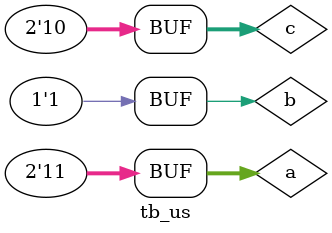
<source format=v>
`timescale 1ns / 1ps


module tb_us();

    reg[1:0] a, c;
    reg b;
    wire[4:0] d;

    us uut(
        .a(a),
        .c(c),
        .b(b),
        .d(d)
    );
    
    initial begin
    a= 2'd2;
    c= 2'd1;
    b= 1'd0;
    #50
    a= 2'd3;
    c= 2'd3;
    b= 1'd1;
    #50
    a= 2'd1;
    c= 2'd0;
    b= 1'd1;
    #50  
    a= 2'd2;
    c= 2'd2;
    b= 1'd1; 
    #50
    a= 2'd3;
    c= 2'd2;
    b= 1'd1;
    end  
endmodule

</source>
